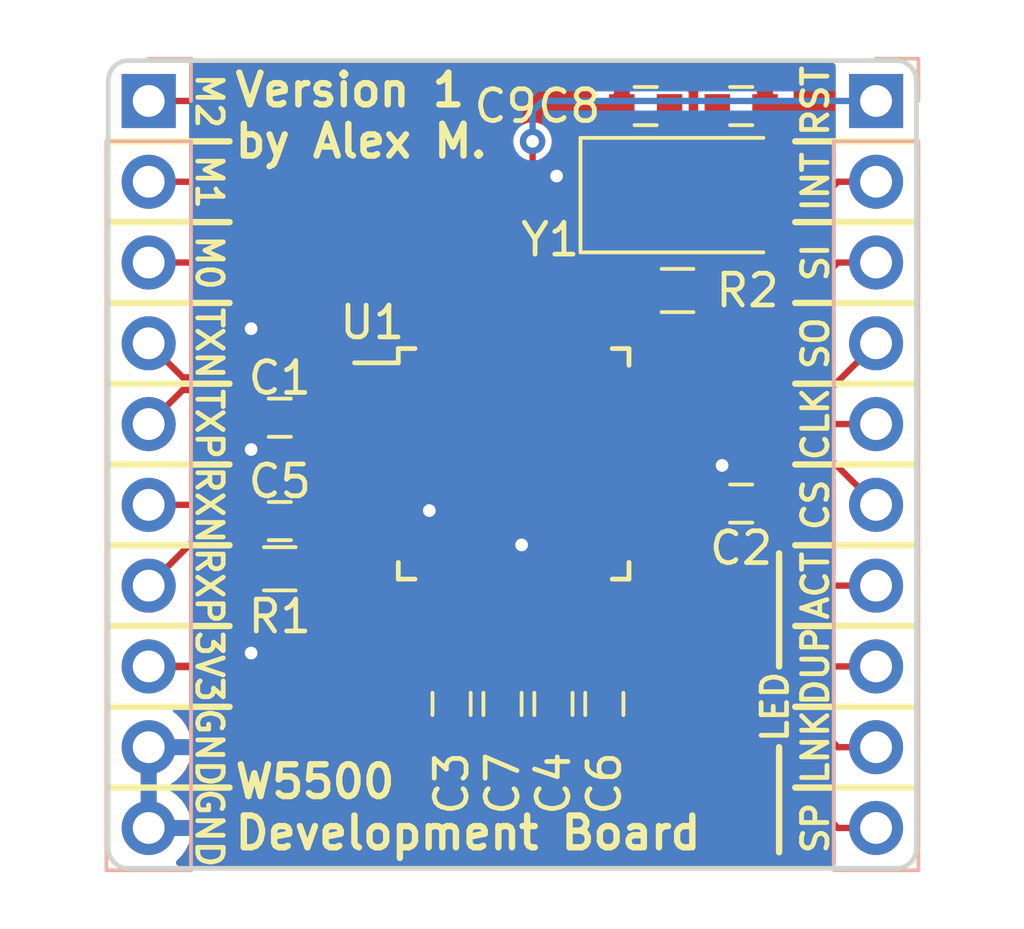
<source format=kicad_pcb>
(kicad_pcb (version 20221018) (generator pcbnew)
  (title_block (title "W5500 Development Board") (date "2018-09-08") (rev "1") (company "Alex M."))
  (layers (0 "F.Cu" signal) (31 "B.Cu" signal) (34 "B.Paste" user) (35 "F.Paste" user) (36 "B.SilkS" user "B.Silkscreen") (37 "F.SilkS" user "F.Silkscreen") (38 "B.Mask" user) (39 "F.Mask" user) (44 "Edge.Cuts" user))
  (net 0 "")
  (net 1 "GND")
  (net 2 "+3V3")
  (net 3 "RESET")
  (net 4 "PMODE0")
  (net 5 "PMODE1")
  (net 6 "PMODE2")
  (net 7 "INT")
  (net 8 "MOSI")
  (net 9 "MISO")
  (net 10 "SCLK")
  (net 11 "CS")
  (net 12 "ACTLED")
  (net 13 "DUPLED")
  (net 14 "LINKLED")
  (net 15 "SPDLED")
  (net 16 "RXIP")
  (net 17 "RXIN")
  (net 18 "TXOP")
  (net 19 "TXON")
  (net 20 "/1V2O")
  (net 21 "/XO")
  (net 22 "/XI")
  (net 23 "/XCAP")
  (net 24 "/XRES")
  (footprint "Resistors_SMD:R_0603" (layer "F.Cu") (at 136 72)
    (fp_text reference "R2" (at 2.2 0) (layer "F.SilkS"))
    (fp_text value "1M")
    (fp_line (start -0.5 -0.68) (end 0.5 -0.68) (stroke (width 0.12)) (layer "F.SilkS"))
    (fp_line (start 0.5 0.68) (end -0.5 0.68) (stroke (width 0.12)) (layer "F.SilkS"))
    (pad "1" smd rect (at -0.75 0) (size 0.5 0.9) (layers "F.Cu" "F.Paste" "F.Mask") (net 22 "/XI"))
    (pad "2" smd rect (at 0.75 0) (size 0.5 0.9) (layers "F.Cu" "F.Paste" "F.Mask") (net 21 "/XO"))
  )
  (footprint "Resistors_SMD:R_0603" (layer "F.Cu") (at 123.5 80.75 180)
    (fp_text reference "R1" (at 0 -1.5 180) (layer "F.SilkS"))
    (fp_text value "12.4k")
    (fp_line (start -0.5 -0.68) (end 0.5 -0.68) (stroke (width 0.12)) (layer "F.SilkS"))
    (fp_line (start 0.5 0.68) (end -0.5 0.68) (stroke (width 0.12)) (layer "F.SilkS"))
    (pad "1" smd rect (at -0.75 0 180) (size 0.5 0.9) (layers "F.Cu" "F.Paste" "F.Mask") (net 24 "/XRES"))
    (pad "2" smd rect (at 0.75 0 180) (size 0.5 0.9) (layers "F.Cu" "F.Paste" "F.Mask") (net 1 "GND"))
  )
  (footprint "Capacitors_SMD:C_0603" (layer "F.Cu") (at 138 78.7)
    (fp_text reference "C2" (at 0 1.4) (layer "F.SilkS"))
    (fp_text value "100n")
    (fp_line (start -0.35 -0.6) (end 0.35 -0.6) (stroke (width 0.12)) (layer "F.SilkS"))
    (fp_line (start 0.35 0.6) (end -0.35 0.6) (stroke (width 0.12)) (layer "F.SilkS"))
    (pad "1" smd rect (at -0.75 0) (size 0.8 0.75) (layers "F.Cu" "F.Paste" "F.Mask") (net 2 "+3V3"))
    (pad "2" smd rect (at 0.75 0) (size 0.8 0.75) (layers "F.Cu" "F.Paste" "F.Mask") (net 1 "GND"))
  )
  (footprint "Capacitors_SMD:C_0603" (layer "F.Cu") (at 123.5 76 180)
    (fp_text reference "C1" (at 0 1.25 180) (layer "F.SilkS"))
    (fp_text value "100n")
    (fp_line (start -0.35 -0.6) (end 0.35 -0.6) (stroke (width 0.12)) (layer "F.SilkS"))
    (fp_line (start 0.35 0.6) (end -0.35 0.6) (stroke (width 0.12)) (layer "F.SilkS"))
    (pad "1" smd rect (at -0.75 0 180) (size 0.8 0.75) (layers "F.Cu" "F.Paste" "F.Mask") (net 2 "+3V3"))
    (pad "2" smd rect (at 0.75 0 180) (size 0.8 0.75) (layers "F.Cu" "F.Paste" "F.Mask") (net 1 "GND"))
  )
  (footprint "Crystals:Crystal_SMD_5032-2pin_5.0x3.2mm" (layer "F.Cu") (at 136 69)
    (fp_text reference "Y1" (at -4 1.4) (layer "F.SilkS"))
    (fp_text value "25MHz")
    (fp_line (start -3.05 -1.8) (end -3.05 1.8) (stroke (width 0.12)) (layer "F.SilkS"))
    (fp_line (start -3.05 1.8) (end 2.7 1.8) (stroke (width 0.12)) (layer "F.SilkS"))
    (fp_line (start 2.7 -1.8) (end -3.05 -1.8) (stroke (width 0.12)) (layer "F.SilkS"))
    (pad "1" smd rect (at -1.85 0) (size 2 2.4) (layers "F.Cu" "F.Paste" "F.Mask") (net 22 "/XI"))
    (pad "2" smd rect (at 1.85 0) (size 2 2.4) (layers "F.Cu" "F.Paste" "F.Mask") (net 21 "/XO"))
  )
  (footprint "Capacitors_SMD:C_0603" (layer "F.Cu") (at 123.5 79.25 180)
    (fp_text reference "C5" (at 0 1.25 180) (layer "F.SilkS"))
    (fp_text value "100n")
    (fp_line (start -0.35 -0.6) (end 0.35 -0.6) (stroke (width 0.12)) (layer "F.SilkS"))
    (fp_line (start 0.35 0.6) (end -0.35 0.6) (stroke (width 0.12)) (layer "F.SilkS"))
    (pad "1" smd rect (at -0.75 0 180) (size 0.8 0.75) (layers "F.Cu" "F.Paste" "F.Mask") (net 2 "+3V3"))
    (pad "2" smd rect (at 0.75 0 180) (size 0.8 0.75) (layers "F.Cu" "F.Paste" "F.Mask") (net 1 "GND"))
  )
  (footprint "Capacitors_SMD:C_0603" (layer "F.Cu") (at 128.9 85 -90)
    (fp_text reference "C3" (at 2.5 0 270) (layer "F.SilkS"))
    (fp_text value "100n")
    (fp_line (start -0.35 -0.6) (end 0.35 -0.6) (stroke (width 0.12)) (layer "F.SilkS"))
    (fp_line (start 0.35 0.6) (end -0.35 0.6) (stroke (width 0.12)) (layer "F.SilkS"))
    (pad "1" smd rect (at -0.75 0 270) (size 0.8 0.75) (layers "F.Cu" "F.Paste" "F.Mask") (net 2 "+3V3"))
    (pad "2" smd rect (at 0.75 0 270) (size 0.8 0.75) (layers "F.Cu" "F.Paste" "F.Mask") (net 1 "GND"))
  )
  (footprint "Capacitors_SMD:C_0603" (layer "F.Cu") (at 130.5 85 -90)
    (fp_text reference "C7" (at 2.5 0 270) (layer "F.SilkS"))
    (fp_text value "4.7u")
    (fp_line (start -0.35 -0.6) (end 0.35 -0.6) (stroke (width 0.12)) (layer "F.SilkS"))
    (fp_line (start 0.35 0.6) (end -0.35 0.6) (stroke (width 0.12)) (layer "F.SilkS"))
    (pad "1" smd rect (at -0.75 0 270) (size 0.8 0.75) (layers "F.Cu" "F.Paste" "F.Mask") (net 23 "/XCAP"))
    (pad "2" smd rect (at 0.75 0 270) (size 0.8 0.75) (layers "F.Cu" "F.Paste" "F.Mask") (net 1 "GND"))
  )
  (footprint "Capacitors_SMD:C_0603" (layer "F.Cu") (at 133.7 85 -90)
    (fp_text reference "C6" (at 2.5 0 270) (layer "F.SilkS"))
    (fp_text value "10n")
    (fp_line (start -0.35 -0.6) (end 0.35 -0.6) (stroke (width 0.12)) (layer "F.SilkS"))
    (fp_line (start 0.35 0.6) (end -0.35 0.6) (stroke (width 0.12)) (layer "F.SilkS"))
    (pad "1" smd rect (at -0.75 0 270) (size 0.8 0.75) (layers "F.Cu" "F.Paste" "F.Mask") (net 20 "/1V2O"))
    (pad "2" smd rect (at 0.75 0 270) (size 0.8 0.75) (layers "F.Cu" "F.Paste" "F.Mask") (net 1 "GND"))
  )
  (footprint "Capacitors_SMD:C_0603" (layer "F.Cu") (at 132.1 85 -90)
    (fp_text reference "C4" (at 2.5 0 270) (layer "F.SilkS"))
    (fp_text value "100n")
    (fp_line (start -0.35 -0.6) (end 0.35 -0.6) (stroke (width 0.12)) (layer "F.SilkS"))
    (fp_line (start 0.35 0.6) (end -0.35 0.6) (stroke (width 0.12)) (layer "F.SilkS"))
    (pad "1" smd rect (at -0.75 0 270) (size 0.8 0.75) (layers "F.Cu" "F.Paste" "F.Mask") (net 2 "+3V3"))
    (pad "2" smd rect (at 0.75 0 270) (size 0.8 0.75) (layers "F.Cu" "F.Paste" "F.Mask") (net 1 "GND"))
  )
  (footprint "Housings_QFP:LQFP-48_7x7mm_Pitch0.5mm" (layer "F.Cu") (at 130.85 77.45)
    (fp_text reference "U1" (at -4.445 -4.445) (layer "F.SilkS"))
    (fp_text value "W5500")
    (fp_line (start -3.625 -3.625) (end -3.625 -3.175) (stroke (width 0.15)) (layer "F.SilkS"))
    (fp_line (start -3.625 -3.625) (end -3.1 -3.625) (stroke (width 0.15)) (layer "F.SilkS"))
    (fp_line (start -3.625 -3.175) (end -5 -3.175) (stroke (width 0.15)) (layer "F.SilkS"))
    (fp_line (start -3.625 3.625) (end -3.625 3.1) (stroke (width 0.15)) (layer "F.SilkS"))
    (fp_line (start -3.625 3.625) (end -3.1 3.625) (stroke (width 0.15)) (layer "F.SilkS"))
    (fp_line (start 3.625 -3.625) (end 3.1 -3.625) (stroke (width 0.15)) (layer "F.SilkS"))
    (fp_line (start 3.625 -3.625) (end 3.625 -3.1) (stroke (width 0.15)) (layer "F.SilkS"))
    (fp_line (start 3.625 3.625) (end 3.1 3.625) (stroke (width 0.15)) (layer "F.SilkS"))
    (fp_line (start 3.625 3.625) (end 3.625 3.1) (stroke (width 0.15)) (layer "F.SilkS"))
    (pad "1" smd rect locked (at -4.35 -2.75) (size 1.3 0.25) (layers "F.Cu" "F.Paste" "F.Mask") (net 19 "TXON"))
    (pad "2" smd rect locked (at -4.35 -2.25) (size 1.3 0.25) (layers "F.Cu" "F.Paste" "F.Mask") (net 18 "TXOP"))
    (pad "3" smd rect locked (at -4.35 -1.75) (size 1.3 0.25) (layers "F.Cu" "F.Paste" "F.Mask") (net 1 "GND"))
    (pad "4" smd rect locked (at -4.35 -1.25) (size 1.3 0.25) (layers "F.Cu" "F.Paste" "F.Mask") (net 2 "+3V3"))
    (pad "5" smd rect locked (at -4.35 -0.75) (size 1.3 0.25) (layers "F.Cu" "F.Paste" "F.Mask") (net 17 "RXIN"))
    (pad "6" smd rect locked (at -4.35 -0.25) (size 1.3 0.25) (layers "F.Cu" "F.Paste" "F.Mask") (net 16 "RXIP"))
    (pad "7" smd rect locked (at -4.35 0.25) (size 1.3 0.25) (layers "F.Cu" "F.Paste" "F.Mask"))
    (pad "8" smd rect locked (at -4.35 0.75) (size 1.3 0.25) (layers "F.Cu" "F.Paste" "F.Mask") (net 2 "+3V3"))
    (pad "9" smd rect locked (at -4.35 1.25) (size 1.3 0.25) (layers "F.Cu" "F.Paste" "F.Mask") (net 1 "GND"))
    (pad "10" smd rect locked (at -4.35 1.75) (size 1.3 0.25) (layers "F.Cu" "F.Paste" "F.Mask") (net 24 "/XRES"))
    (pad "11" smd rect locked (at -4.35 2.25) (size 1.3 0.25) (layers "F.Cu" "F.Paste" "F.Mask") (net 2 "+3V3"))
    (pad "12" smd rect locked (at -4.35 2.75) (size 1.3 0.25) (layers "F.Cu" "F.Paste" "F.Mask"))
    (pad "13" smd rect locked (at -2.75 4.35 90) (size 1.3 0.25) (layers "F.Cu" "F.Paste" "F.Mask"))
    (pad "14" smd rect locked (at -2.25 4.35 90) (size 1.3 0.25) (layers "F.Cu" "F.Paste" "F.Mask") (net 1 "GND"))
    (pad "15" smd rect locked (at -1.75 4.35 90) (size 1.3 0.25) (layers "F.Cu" "F.Paste" "F.Mask") (net 2 "+3V3"))
    (pad "16" smd rect locked (at -1.25 4.35 90) (size 1.3 0.25) (layers "F.Cu" "F.Paste" "F.Mask") (net 1 "GND"))
    (pad "17" smd rect locked (at -0.75 4.35 90) (size 1.3 0.25) (layers "F.Cu" "F.Paste" "F.Mask") (net 2 "+3V3"))
    (pad "18" smd rect locked (at -0.25 4.35 90) (size 1.3 0.25) (layers "F.Cu" "F.Paste" "F.Mask"))
    (pad "19" smd rect locked (at 0.25 4.35 90) (size 1.3 0.25) (layers "F.Cu" "F.Paste" "F.Mask") (net 1 "GND"))
    (pad "20" smd rect locked (at 0.75 4.35 90) (size 1.3 0.25) (layers "F.Cu" "F.Paste" "F.Mask") (net 23 "/XCAP"))
    (pad "21" smd rect locked (at 1.25 4.35 90) (size 1.3 0.25) (layers "F.Cu" "F.Paste" "F.Mask") (net 2 "+3V3"))
    (pad "22" smd rect locked (at 1.75 4.35 90) (size 1.3 0.25) (layers "F.Cu" "F.Paste" "F.Mask") (net 20 "/1V2O"))
    (pad "23" smd rect locked (at 2.25 4.35 90) (size 1.3 0.25) (layers "F.Cu" "F.Paste" "F.Mask"))
    (pad "24" smd rect locked (at 2.75 4.35 90) (size 1.3 0.25) (layers "F.Cu" "F.Paste" "F.Mask") (net 15 "SPDLED"))
    (pad "25" smd rect locked (at 4.35 2.75) (size 1.3 0.25) (layers "F.Cu" "F.Paste" "F.Mask") (net 14 "LINKLED"))
    (pad "26" smd rect locked (at 4.35 2.25) (size 1.3 0.25) (layers "F.Cu" "F.Paste" "F.Mask") (net 13 "DUPLED"))
    (pad "27" smd rect locked (at 4.35 1.75) (size 1.3 0.25) (layers "F.Cu" "F.Paste" "F.Mask") (net 12 "ACTLED"))
    (pad "28" smd rect locked (at 4.35 1.25) (size 1.3 0.25) (layers "F.Cu" "F.Paste" "F.Mask") (net 2 "+3V3"))
    (pad "29" smd rect locked (at 4.35 0.75) (size 1.3 0.25) (layers "F.Cu" "F.Paste" "F.Mask") (net 1 "GND"))
    (pad "30" smd rect locked (at 4.35 0.25) (size 1.3 0.25) (layers "F.Cu" "F.Paste" "F.Mask") (net 22 "/XI"))
    (pad "31" smd rect locked (at 4.35 -0.25) (size 1.3 0.25) (layers "F.Cu" "F.Paste" "F.Mask") (net 21 "/XO"))
    (pad "32" smd rect locked (at 4.35 -0.75) (size 1.3 0.25) (layers "F.Cu" "F.Paste" "F.Mask") (net 11 "CS"))
    (pad "33" smd rect locked (at 4.35 -1.25) (size 1.3 0.25) (layers "F.Cu" "F.Paste" "F.Mask") (net 10 "SCLK"))
    (pad "34" smd rect locked (at 4.35 -1.75) (size 1.3 0.25) (layers "F.Cu" "F.Paste" "F.Mask") (net 9 "MISO"))
    (pad "35" smd rect locked (at 4.35 -2.25) (size 1.3 0.25) (layers "F.Cu" "F.Paste" "F.Mask") (net 8 "MOSI"))
    (pad "36" smd rect locked (at 4.35 -2.75) (size 1.3 0.25) (layers "F.Cu" "F.Paste" "F.Mask") (net 7 "INT"))
    (pad "37" smd rect locked (at 2.75 -4.35 90) (size 1.3 0.25) (layers "F.Cu" "F.Paste" "F.Mask") (net 3 "RESET"))
    (pad "38" smd rect locked (at 2.25 -4.35 90) (size 1.3 0.25) (layers "F.Cu" "F.Paste" "F.Mask"))
    (pad "39" smd rect locked (at 1.75 -4.35 90) (size 1.3 0.25) (layers "F.Cu" "F.Paste" "F.Mask"))
    (pad "40" smd rect locked (at 1.25 -4.35 90) (size 1.3 0.25) (layers "F.Cu" "F.Paste" "F.Mask"))
    (pad "41" smd rect locked (at 0.75 -4.35 90) (size 1.3 0.25) (layers "F.Cu" "F.Paste" "F.Mask"))
    (pad "42" smd rect locked (at 0.25 -4.35 90) (size 1.3 0.25) (layers "F.Cu" "F.Paste" "F.Mask"))
    (pad "43" smd rect locked (at -0.25 -4.35 90) (size 1.3 0.25) (layers "F.Cu" "F.Paste" "F.Mask") (net 6 "PMODE2"))
    (pad "44" smd rect locked (at -0.75 -4.35 90) (size 1.3 0.25) (layers "F.Cu" "F.Paste" "F.Mask") (net 5 "PMODE1"))
    (pad "45" smd rect locked (at -1.25 -4.35 90) (size 1.3 0.25) (layers "F.Cu" "F.Paste" "F.Mask") (net 4 "PMODE0"))
    (pad "46" smd rect locked (at -1.75 -4.35 90) (size 1.3 0.25) (layers "F.Cu" "F.Paste" "F.Mask"))
    (pad "47" smd rect locked (at -2.25 -4.35 90) (size 1.3 0.25) (layers "F.Cu" "F.Paste" "F.Mask"))
    (pad "48" smd rect locked (at -2.75 -4.35 90) (size 1.3 0.25) (layers "F.Cu" "F.Paste" "F.Mask") (net 1 "GND"))
  )
  (footprint "Capacitors_SMD:C_0603" (layer "F.Cu") (at 135 66.2 180)
    (fp_text reference "C9" (at 4.4 0 180) (layer "F.SilkS"))
    (fp_text value "18p")
    (fp_line (start -0.35 -0.6) (end 0.35 -0.6) (stroke (width 0.12)) (layer "F.SilkS"))
    (fp_line (start 0.35 0.6) (end -0.35 0.6) (stroke (width 0.12)) (layer "F.SilkS"))
    (pad "1" smd rect (at -0.75 0 180) (size 0.8 0.75) (layers "F.Cu" "F.Paste" "F.Mask") (net 22 "/XI"))
    (pad "2" smd rect (at 0.75 0 180) (size 0.8 0.75) (layers "F.Cu" "F.Paste" "F.Mask") (net 1 "GND"))
  )
  (footprint "Capacitors_SMD:C_0603" (layer "F.Cu") (at 138 66.2)
    (fp_text reference "C8" (at -5.4 0) (layer "F.SilkS"))
    (fp_text value "18p")
    (fp_line (start -0.35 -0.6) (end 0.35 -0.6) (stroke (width 0.12)) (layer "F.SilkS"))
    (fp_line (start 0.35 0.6) (end -0.35 0.6) (stroke (width 0.12)) (layer "F.SilkS"))
    (pad "1" smd rect (at -0.75 0) (size 0.8 0.75) (layers "F.Cu" "F.Paste" "F.Mask") (net 21 "/XO"))
    (pad "2" smd rect (at 0.75 0) (size 0.8 0.75) (layers "F.Cu" "F.Paste" "F.Mask") (net 1 "GND"))
  )
  (footprint "Pin_Headers:Pin_Header_Straight_1x10_Pitch2.54mm" (layer "B.Cu") (at 119.38 66.04 180)
    (fp_text reference "X1" hide)
    (fp_text value "Conn_01x10")
    (fp_line (start -1.33 -24.19) (end 1.33 -24.19) (stroke (width 0.12)) (layer "B.SilkS"))
    (fp_line (start -1.33 -1.27) (end -1.33 -24.19) (stroke (width 0.12)) (layer "B.SilkS"))
    (fp_line (start -1.33 -1.27) (end 1.33 -1.27) (stroke (width 0.12)) (layer "B.SilkS"))
    (fp_line (start -1.33 0) (end -1.33 1.33) (stroke (width 0.12)) (layer "B.SilkS"))
    (fp_line (start -1.33 1.33) (end 0 1.33) (stroke (width 0.12)) (layer "B.SilkS"))
    (fp_line (start 1.33 -1.27) (end 1.33 -24.19) (stroke (width 0.12)) (layer "B.SilkS"))
    (pad "1" thru_hole rect locked (at 0 0 180) (size 1.7 1.7) (drill 1) (layers "*.Cu" "*.Mask") (net 6 "PMODE2"))
    (pad "2" thru_hole oval locked (at 0 -2.54 180) (size 1.7 1.7) (drill 1) (layers "*.Cu" "*.Mask") (net 5 "PMODE1"))
    (pad "3" thru_hole oval locked (at 0 -5.08 180) (size 1.7 1.7) (drill 1) (layers "*.Cu" "*.Mask") (net 4 "PMODE0"))
    (pad "4" thru_hole oval locked (at 0 -7.62 180) (size 1.7 1.7) (drill 1) (layers "*.Cu" "*.Mask") (net 19 "TXON"))
    (pad "5" thru_hole oval locked (at 0 -10.16 180) (size 1.7 1.7) (drill 1) (layers "*.Cu" "*.Mask") (net 18 "TXOP"))
    (pad "6" thru_hole oval locked (at 0 -12.7 180) (size 1.7 1.7) (drill 1) (layers "*.Cu" "*.Mask") (net 17 "RXIN"))
    (pad "7" thru_hole oval locked (at 0 -15.24 180) (size 1.7 1.7) (drill 1) (layers "*.Cu" "*.Mask") (net 16 "RXIP"))
    (pad "8" thru_hole oval locked (at 0 -17.78 180) (size 1.7 1.7) (drill 1) (layers "*.Cu" "*.Mask") (net 2 "+3V3"))
    (pad "9" thru_hole oval locked (at 0 -20.32 180) (size 1.7 1.7) (drill 1) (layers "*.Cu" "*.Mask") (net 1 "GND"))
    (pad "10" thru_hole oval locked (at 0 -22.86 180) (size 1.7 1.7) (drill 1) (layers "*.Cu" "*.Mask") (net 1 "GND"))
  )
  (footprint "Pin_Headers:Pin_Header_Straight_1x10_Pitch2.54mm" (layer "B.Cu") (at 142.24 66.04 180)
    (fp_text reference "X2" hide)
    (fp_text value "Conn_01x10")
    (fp_line (start -1.33 -24.19) (end 1.33 -24.19) (stroke (width 0.12)) (layer "B.SilkS"))
    (fp_line (start -1.33 -1.27) (end -1.33 -24.19) (stroke (width 0.12)) (layer "B.SilkS"))
    (fp_line (start -1.33 -1.27) (end 1.33 -1.27) (stroke (width 0.12)) (layer "B.SilkS"))
    (fp_line (start -1.33 0) (end -1.33 1.33) (stroke (width 0.12)) (layer "B.SilkS"))
    (fp_line (start -1.33 1.33) (end 0 1.33) (stroke (width 0.12)) (layer "B.SilkS"))
    (fp_line (start 1.33 -1.27) (end 1.33 -24.19) (stroke (width 0.12)) (layer "B.SilkS"))
    (pad "1" thru_hole rect locked (at 0 0 180) (size 1.7 1.7) (drill 1) (layers "*.Cu" "*.Mask") (net 3 "RESET"))
    (pad "2" thru_hole oval locked (at 0 -2.54 180) (size 1.7 1.7) (drill 1) (layers "*.Cu" "*.Mask") (net 7 "INT"))
    (pad "3" thru_hole oval locked (at 0 -5.08 180) (size 1.7 1.7) (drill 1) (layers "*.Cu" "*.Mask") (net 8 "MOSI"))
    (pad "4" thru_hole oval locked (at 0 -7.62 180) (size 1.7 1.7) (drill 1) (layers "*.Cu" "*.Mask") (net 9 "MISO"))
    (pad "5" thru_hole oval locked (at 0 -10.16 180) (size 1.7 1.7) (drill 1) (layers "*.Cu" "*.Mask") (net 10 "SCLK"))
    (pad "6" thru_hole oval locked (at 0 -12.7 180) (size 1.7 1.7) (drill 1) (layers "*.Cu" "*.Mask") (net 11 "CS"))
    (pad "7" thru_hole oval locked (at 0 -15.24 180) (size 1.7 1.7) (drill 1) (layers "*.Cu" "*.Mask") (net 12 "ACTLED"))
    (pad "8" thru_hole oval locked (at 0 -17.78 180) (size 1.7 1.7) (drill 1) (layers "*.Cu" "*.Mask") (net 13 "DUPLED"))
    (pad "9" thru_hole oval locked (at 0 -20.32 180) (size 1.7 1.7) (drill 1) (layers "*.Cu" "*.Mask") (net 14 "LINKLED"))
    (pad "10" thru_hole oval locked (at 0 -22.86 180) (size 1.7 1.7) (drill 1) (layers "*.Cu" "*.Mask") (net 15 "SPDLED"))
  )
  (gr_line (start 118.11 69.85) (end 121.92 69.85) (stroke (width 0.2)) (layer "F.SilkS"))
  (gr_line (start 118.11 72.39) (end 121.92 72.39) (stroke (width 0.2)) (layer "F.SilkS"))
  (gr_line (start 118.11 74.93) (end 121.92 74.93) (stroke (width 0.2)) (layer "F.SilkS"))
  (gr_line (start 118.11 77.47) (end 121.92 77.47) (stroke (width 0.2)) (layer "F.SilkS"))
  (gr_line (start 118.11 80.01) (end 121.92 80.01) (stroke (width 0.2)) (layer "F.SilkS"))
  (gr_line (start 118.11 82.55) (end 121.92 82.55) (stroke (width 0.2)) (layer "F.SilkS"))
  (gr_line (start 118.11 85.09) (end 121.92 85.09) (stroke (width 0.2)) (layer "F.SilkS"))
  (gr_line (start 118.11 87.63) (end 121.92 87.63) (stroke (width 0.2)) (layer "F.SilkS"))
  (gr_line (start 139.7 87.63) (end 143.51 87.63) (stroke (width 0.2)) (layer "F.SilkS"))
  (gr_line (start 139.7 85.09) (end 143.51 85.09) (stroke (width 0.2)) (layer "F.SilkS"))
  (gr_line (start 139.7 82.55) (end 143.51 82.55) (stroke (width 0.2)) (layer "F.SilkS"))
  (gr_line (start 139.7 80.01) (end 143.51 80.01) (stroke (width 0.2)) (layer "F.SilkS"))
  (gr_line (start 139.7 77.47) (end 143.51 77.47) (stroke (width 0.2)) (layer "F.SilkS"))
  (gr_line (start 139.7 74.93) (end 143.51 74.93) (stroke (width 0.2)) (layer "F.SilkS"))
  (gr_line (start 139.7 72.39) (end 143.51 72.39) (stroke (width 0.2)) (layer "F.SilkS"))
  (gr_line (start 139.7 69.85) (end 143.51 69.85) (stroke (width 0.2)) (layer "F.SilkS"))
  (gr_line (start 139.7 67.31) (end 143.51 67.31) (stroke (width 0.2)) (layer "F.SilkS"))
  (gr_line (start 118.11 67.31) (end 121.92 67.31) (stroke (width 0.2)) (layer "F.SilkS"))
  (gr_line (start 139.192 83.82) (end 139.192 80.264) (stroke (width 0.2)) (layer "F.SilkS"))
  (gr_line (start 139.192 86.36) (end 139.192 89.662) (stroke (width 0.2)) (layer "F.SilkS"))
  (gr_arc (start 118.745 90.17) (mid 118.295987 89.984013) (end 118.11 89.535) (stroke (width 0.15)) (layer "Edge.Cuts"))
  (gr_arc (start 118.11 65.405) (mid 118.295987 64.955987) (end 118.745 64.77) (stroke (width 0.15)) (layer "Edge.Cuts"))
  (gr_arc (start 143.51 89.535) (mid 143.324013 89.984013) (end 142.875 90.17) (stroke (width 0.15)) (layer "Edge.Cuts"))
  (gr_line (start 143.51 65.405) (end 143.51 89.535) (stroke (width 0.15)) (layer "Edge.Cuts"))
  (gr_line (start 142.875 90.17) (end 118.745 90.17) (stroke (width 0.15)) (layer "Edge.Cuts"))
  (gr_line (start 118.11 89.535) (end 118.11 65.405) (stroke (width 0.15)) (layer "Edge.Cuts"))
  (gr_line (start 118.745 64.77) (end 142.875 64.77) (stroke (width 0.15)) (layer "Edge.Cuts"))
  (gr_arc (start 142.875 64.77) (mid 143.324013 64.955987) (end 143.51 65.405) (stroke (width 0.15)) (layer "Edge.Cuts"))
  (gr_text "M2" (at 121.285 66.04 270) (layer "F.SilkS") (effects (font (size 0.8 0.8))))
  (gr_text "M1" (at 121.285 68.58 270) (layer "F.SilkS") (effects (font (size 0.8 0.8))))
  (gr_text "M0" (at 121.285 71.12 270) (layer "F.SilkS") (effects (font (size 0.8 0.8))))
  (gr_text "TXN" (at 121.285 73.66 270) (layer "F.SilkS") (effects (font (size 0.8 0.8))))
  (gr_text "TXP" (at 121.285 76.2 270) (layer "F.SilkS") (effects (font (size 0.8 0.8))))
  (gr_text "RXN" (at 121.285 78.74 270) (layer "F.SilkS") (effects (font (size 0.8 0.8))))
  (gr_text "RXP" (at 121.285 81.28 270) (layer "F.SilkS") (effects (font (size 0.8 0.8))))
  (gr_text "3V3" (at 121.285 83.82 270) (layer "F.SilkS") (effects (font (size 0.8 0.8))))
  (gr_text "GND" (at 121.285 86.36 270) (layer "F.SilkS") (effects (font (size 0.8 0.8))))
  (gr_text "GND" (at 121.285 88.9 270) (layer "F.SilkS") (effects (font (size 0.8 0.8))))
  (gr_text "RST" (at 140.335 66.04 90) (layer "F.SilkS") (effects (font (size 0.8 0.8))))
  (gr_text "INT" (at 140.335 68.58 90) (layer "F.SilkS") (effects (font (size 0.8 0.8))))
  (gr_text "SI" (at 140.335 71.12 90) (layer "F.SilkS") (effects (font (size 0.8 0.8))))
  (gr_text "SO" (at 140.335 73.66 90) (layer "F.SilkS") (effects (font (size 0.8 0.8))))
  (gr_text "CLK" (at 140.335 76.2 90) (layer "F.SilkS") (effects (font (size 0.8 0.8))))
  (gr_text "CS" (at 140.335 78.74 90) (layer "F.SilkS") (effects (font (size 0.8 0.8))))
  (gr_text "ACT" (at 140.335 81.28 90) (layer "F.SilkS") (effects (font (size 0.8 0.8))))
  (gr_text "DUP" (at 140.335 83.82 90) (layer "F.SilkS") (effects (font (size 0.8 0.8))))
  (gr_text "LNK" (at 140.335 86.36 90) (layer "F.SilkS") (effects (font (size 0.8 0.8))))
  (gr_text "SP" (at 140.335 88.9 90) (layer "F.SilkS") (effects (font (size 0.8 0.8))))
  (gr_text "W5500\nDevelopment Board" (at 122 88.25) (layer "F.SilkS") (effects (font (size 1 1) (thickness 0.2)) (justify left)))
  (gr_text "Version 1\nby Alex M." (at 122 66.5) (layer "F.SilkS") (effects (font (size 1 1) (thickness 0.2)) (justify left)))
  (gr_text "LED" (at 139.065 85.09 90) (layer "F.SilkS") (effects (font (size 0.8 0.8))))
  (segment (start 134.31 78.2) (end 133.7 78.2) (width 0.24) (layer "F.Cu") (net 1))
  (segment (start 129.75 85.75) (end 130.5 85.75) (width 0.24) (layer "F.Cu") (net 1))
  (segment (start 129.7 85.7) (end 129.75 85.75) (width 0.24) (layer "F.Cu") (net 1))
  (segment (start 135.2 78.2) (end 134.31 78.2) (width 0.24) (layer "F.Cu") (net 1))
  (segment (start 129.7 83.6) (end 129.7 85.7) (width 0.24) (layer "F.Cu") (net 1))
  (via (at 122.6 73.2) (size 0.8) (drill 0.4) (layers "F.Cu" "B.Cu") (net 1))
  (via (at 122.6 77) (size 0.8) (drill 0.4) (layers "F.Cu" "B.Cu") (net 1))
  (via (at 122.6 83.4) (size 0.8) (drill 0.4) (layers "F.Cu" "B.Cu") (net 1))
  (via (at 137.4 77.5) (size 0.8) (drill 0.4) (layers "F.Cu" "B.Cu") (net 1))
  (via (at 132.2 68.4) (size 0.8) (drill 0.4) (layers "F.Cu" "B.Cu") (net 1))
  (via (at 131.1 80) (size 0.8) (drill 0.4) (layers "F.Cu" "B.Cu") (net 1))
  (via (at 128.2 78.92) (size 0.8) (drill 0.4) (layers "F.Cu" "B.Cu") (net 1))
  (segment (start 129.1 78.2) (end 129.1 78.7) (width 0.24) (layer "F.Cu") (net 2))
  (segment (start 128.9 83.3) (end 128.9 84.25) (width 0.24) (layer "F.Cu") (net 2))
  (segment (start 126.5 78.2) (end 125.59 78.2) (width 0.24) (layer "F.Cu") (net 2))
  (segment (start 126.5 76.2) (end 125.3 76.2) (width 0.24) (layer "F.Cu") (net 2))
  (segment (start 125 79.25) (end 125.25 79) (width 0.24) (layer "F.Cu") (net 2))
  (segment (start 135.2 78.7) (end 132.1 78.7) (width 0.24) (layer "F.Cu") (net 2))
  (segment (start 126.5 78.2) (end 129.1 78.2) (width 0.24) (layer "F.Cu") (net 2))
  (segment (start 129.1 79.7) (end 129.1 78.7) (width 0.24) (layer "F.Cu") (net 2))
  (segment (start 125.3 76.2) (end 125.1 76) (width 0.24) (layer "F.Cu") (net 2))
  (segment (start 130.1 81.8) (end 130.1 78.7) (width 0.24) (layer "F.Cu") (net 2))
  (segment (start 135.2 78.7) (end 137.25 78.7) (width 0.24) (layer "F.Cu") (net 2))
  (segment (start 132.1 81.8) (end 132.1 78.7) (width 0.24) (layer "F.Cu") (net 2))
  (segment (start 132.1 78.7) (end 130.1 78.7) (width 0.24) (layer "F.Cu") (net 2))
  (segment (start 125.1 76) (end 124.25 76) (width 0.24) (layer "F.Cu") (net 2))
  (segment (start 125.25 79) (end 125.25 78.54) (width 0.24) (layer "F.Cu") (net 2))
  (segment (start 121.02 83.82) (end 119.38 83.82) (width 0.24) (layer "F.Cu") (net 2))
  (segment (start 129.1 81.8) (end 129.1 79.7) (width 0.24) (layer "F.Cu") (net 2))
  (segment (start 121.45 84.25) (end 121.02 83.82) (width 0.24) (layer "F.Cu") (net 2))
  (segment (start 129.1 83.1) (end 128.9 83.3) (width 0.24) (layer "F.Cu") (net 2))
  (segment (start 126.5 76.2) (end 129.1 76.2) (width 0.24) (layer "F.Cu") (net 2))
  (segment (start 126.5 79.7) (end 129.1 79.7) (width 0.24) (layer "F.Cu") (net 2))
  (segment (start 124.25 79.25) (end 125 79.25) (width 0.24) (layer "F.Cu") (net 2))
  (segment (start 132.1 81.8) (end 132.1 84.25) (width 0.24) (layer "F.Cu") (net 2))
  (segment (start 125.59 78.2) (end 125.25 78.54) (width 0.24) (layer "F.Cu") (net 2))
  (segment (start 130.1 78.7) (end 129.1 78.7) (width 0.24) (layer "F.Cu") (net 2))
  (segment (start 128.9 84.25) (end 121.45 84.25) (width 0.24) (layer "F.Cu") (net 2))
  (segment (start 129.1 76.2) (end 129.1 78.2) (width 0.24) (layer "F.Cu") (net 2))
  (segment (start 129.1 81.8) (end 129.1 83.1) (width 0.24) (layer "F.Cu") (net 2))
  (segment (start 132 71.2) (end 131.445 70.645) (width 0.2) (layer "F.Cu") (net 3))
  (segment (start 133.6 71.6) (end 133.2 71.2) (width 0.2) (layer "F.Cu") (net 3))
  (segment (start 131.445 70.645) (end 131.445 67.31) (width 0.2) (layer "F.Cu") (net 3))
  (segment (start 133.2 71.2) (end 132 71.2) (width 0.2) (layer "F.Cu") (net 3))
  (segment (start 133.6 73.1) (end 133.6 71.6) (width 0.2) (layer "F.Cu") (net 3))
  (via (at 131.445 67.31) (size 0.8) (drill 0.4) (layers "F.Cu" "B.Cu") (net 3))
  (segment (start 131.76 66.04) (end 131.445 66.355) (width 0.2) (layer "B.Cu") (net 3))
  (segment (start 131.445 66.355) (end 131.445 67.31) (width 0.2) (layer "B.Cu") (net 3))
  (segment (start 142.24 66.04) (end 131.76 66.04) (width 0.2) (layer "B.Cu") (net 3))
  (segment (start 129.32 71.12) (end 119.38 71.12) (width 0.2) (layer "F.Cu") (net 4))
  (segment (start 129.6 71.4) (end 129.32 71.12) (width 0.2) (layer "F.Cu") (net 4))
  (segment (start 129.6 73.1) (end 129.6 71.4) (width 0.2) (layer "F.Cu") (net 4))
  (segment (start 130.1 68.9) (end 129.78 68.58) (width 0.2) (layer "F.Cu") (net 5))
  (segment (start 130.1 73.1) (end 130.1 68.9) (width 0.2) (layer "F.Cu") (net 5))
  (segment (start 129.78 68.58) (end 119.38 68.58) (width 0.2) (layer "F.Cu") (net 5))
  (segment (start 130.6 66.4) (end 130.24 66.04) (width 0.2) (layer "F.Cu") (net 6))
  (segment (start 130.24 66.04) (end 119.38 66.04) (width 0.2) (layer "F.Cu") (net 6))
  (segment (start 130.6 73.1) (end 130.6 66.4) (width 0.2) (layer "F.Cu") (net 6))
  (segment (start 140.2 69.417919) (end 140.2 74) (width 0.2) (layer "F.Cu") (net 7))
  (segment (start 139.5 74.7) (end 137.465698 74.7) (width 0.2) (layer "F.Cu") (net 7))
  (segment (start 142.24 68.58) (end 141.037919 68.58) (width 0.2) (layer "F.Cu") (net 7))
  (segment (start 140.2 74) (end 139.5 74.7) (width 0.2) (layer "F.Cu") (net 7))
  (segment (start 137.465698 74.7) (end 135.2 74.7) (width 0.2) (layer "F.Cu") (net 7))
  (segment (start 141.037919 68.58) (end 140.2 69.417919) (width 0.2) (layer "F.Cu") (net 7))
  (segment (start 142.24 71.12) (end 141.037919 71.12) (width 0.2) (layer "F.Cu") (net 8))
  (segment (start 140.6 71.557919) (end 140.6 74.2) (width 0.2) (layer "F.Cu") (net 8))
  (segment (start 138.16 75.2) (end 139.6 75.2) (width 0.2) (layer "F.Cu") (net 8))
  (segment (start 140.6 74.2) (end 139.6 75.2) (width 0.2) (layer "F.Cu") (net 8))
  (segment (start 135.2 75.2) (end 138.16 75.2) (width 0.2) (layer "F.Cu") (net 8))
  (segment (start 141.037919 71.12) (end 140.6 71.557919) (width 0.2) (layer "F.Cu") (net 8))
  (segment (start 135.2 75.7) (end 140.2 75.7) (width 0.2) (layer "F.Cu") (net 9))
  (segment (start 140.2 75.7) (end 142.24 73.66) (width 0.2) (layer "F.Cu") (net 9))
  (segment (start 135.2 76.2) (end 142.24 76.2) (width 0.2) (layer "F.Cu") (net 10))
  (segment (start 135.2 76.7) (end 140.2 76.7) (width 0.2) (layer "F.Cu") (net 11))
  (segment (start 140.2 76.7) (end 142.24 78.74) (width 0.2) (layer "F.Cu") (net 11))
  (segment (start 138.58 81.28) (end 136.5 79.2) (width 0.2) (layer "F.Cu") (net 12))
  (segment (start 136.5 79.2) (end 135.2 79.2) (width 0.2) (layer "F.Cu") (net 12))
  (segment (start 142.24 81.28) (end 138.58 81.28) (width 0.2) (layer "F.Cu") (net 12))
  (segment (start 136.05 79.7) (end 135.2 79.7) (width 0.2) (layer "F.Cu") (net 13))
  (segment (start 142.24 83.82) (end 140.52 83.82) (width 0.2) (layer "F.Cu") (net 13))
  (segment (start 136.4 79.7) (end 136.05 79.7) (width 0.2) (layer "F.Cu") (net 13))
  (segment (start 140.52 83.82) (end 136.4 79.7) (width 0.2) (layer "F.Cu") (net 13))
  (segment (start 140.5 85.822081) (end 140.5 84.4) (width 0.2) (layer "F.Cu") (net 14))
  (segment (start 140.5 84.4) (end 136.3 80.2) (width 0.2) (layer "F.Cu") (net 14))
  (segment (start 142.24 86.36) (end 141.037919 86.36) (width 0.2) (layer "F.Cu") (net 14))
  (segment (start 136.3 80.2) (end 135.725 80.2) (width 0.2) (layer "F.Cu") (net 14))
  (segment (start 135.725 80.2) (end 135.2 80.2) (width 0.2) (layer "F.Cu") (net 14))
  (segment (start 141.037919 86.36) (end 140.5 85.822081) (width 0.2) (layer "F.Cu") (net 14))
  (segment (start 140.1 84.6) (end 137.3 81.8) (width 0.2) (layer "F.Cu") (net 15))
  (segment (start 140.1 87.962081) (end 140.1 84.6) (width 0.2) (layer "F.Cu") (net 15))
  (segment (start 141.037919 88.9) (end 140.1 87.962081) (width 0.2) (layer "F.Cu") (net 15))
  (segment (start 137.3 81.8) (end 133.6 81.8) (width 0.2) (layer "F.Cu") (net 15))
  (segment (start 142.24 88.9) (end 141.037919 88.9) (width 0.2) (layer "F.Cu") (net 15))
  (segment (start 125.582844 77.2) (end 126.5 77.2) (width 0.2) (layer "F.Cu") (net 16))
  (segment (start 122.46 78.2) (end 124.582844 78.2) (width 0.2) (layer "F.Cu") (net 16))
  (segment (start 124.582844 78.2) (end 125.582844 77.2) (width 0.2) (layer "F.Cu") (net 16))
  (segment (start 119.38 81.28) (end 122.46 78.2) (width 0.2) (layer "F.Cu") (net 16))
  (segment (start 124.417156 77.8) (end 125.517156 76.7) (width 0.2) (layer "F.Cu") (net 17))
  (segment (start 122.294314 77.8) (end 124.417156 77.8) (width 0.2) (layer "F.Cu") (net 17))
  (segment (start 119.38 78.74) (end 121.354314 78.74) (width 0.2) (layer "F.Cu") (net 17))
  (segment (start 125.517156 76.7) (end 126.5 76.7) (width 0.2) (layer "F.Cu") (net 17))
  (segment (start 121.354314 78.74) (end 122.294314 77.8) (width 0.2) (layer "F.Cu") (net 17))
  (segment (start 125.281156 75.2) (end 126.5 75.2) (width 0.2) (layer "F.Cu") (net 18))
  (segment (start 120.45 75.13) (end 125.211156 75.13) (width 0.2) (layer "F.Cu") (net 18))
  (segment (start 120.45 75.13) (end 119.38 76.2) (width 0.2) (layer "F.Cu") (net 18))
  (segment (start 125.211156 75.13) (end 125.281156 75.2) (width 0.2) (layer "F.Cu") (net 18))
  (segment (start 125.376844 74.73) (end 125.406844 74.7) (width 0.2) (layer "F.Cu") (net 19))
  (segment (start 120.45 74.73) (end 125.376844 74.73) (width 0.2) (layer "F.Cu") (net 19))
  (segment (start 125.406844 74.7) (end 126.5 74.7) (width 0.2) (layer "F.Cu") (net 19))
  (segment (start 120.45 74.73) (end 119.38 73.66) (width 0.2) (layer "F.Cu") (net 19))
  (segment (start 133.7 83.6) (end 133.7 84.25) (width 0.24) (layer "F.Cu") (net 20))
  (segment (start 132.9 83.3) (end 133.4 83.3) (width 0.24) (layer "F.Cu") (net 20))
  (segment (start 132.6 83) (end 132.9 83.3) (width 0.24) (layer "F.Cu") (net 20))
  (segment (start 132.6 81.8) (end 132.6 83) (width 0.24) (layer "F.Cu") (net 20))
  (segment (start 133.4 83.3) (end 133.7 83.6) (width 0.24) (layer "F.Cu") (net 20))
  (segment (start 137.85 69) (end 137.85 72) (width 0.2) (layer "F.Cu") (net 21))
  (segment (start 137.85 67.6) (end 137.85 69) (width 0.2) (layer "F.Cu") (net 21))
  (segment (start 137.25 67) (end 137.85 67.6) (width 0.2) (layer "F.Cu") (net 21))
  (segment (start 136.75 72) (end 137.85 72) (width 0.2) (layer "F.Cu") (net 21))
  (segment (start 134.384998 74.2) (end 134.249999 74.334999) (width 0.2) (layer "F.Cu") (net 21))
  (segment (start 134.249999 77.099999) (end 134.35 77.2) (width 0.2) (layer "F.Cu") (net 21))
  (segment (start 137.4 74.2) (end 134.384998 74.2) (width 0.2) (layer "F.Cu") (net 21))
  (segment (start 134.35 77.2) (end 135.2 77.2) (width 0.2) (layer "F.Cu") (net 21))
  (segment (start 137.85 73.75) (end 137.4 74.2) (width 0.2) (layer "F.Cu") (net 21))
  (segment (start 137.25 66.2) (end 137.25 67) (width 0.2) (layer "F.Cu") (net 21))
  (segment (start 137.85 72) (end 137.85 73.75) (width 0.2) (layer "F.Cu") (net 21))
  (segment (start 134.249999 74.334999) (end 134.249999 77.099999) (width 0.2) (layer "F.Cu") (net 21))
  (segment (start 134.15 67.3) (end 134.25 67.2) (width 0.2) (layer "F.Cu") (net 22))
  (segment (start 134.15 69) (end 134.15 72) (width 0.2) (layer "F.Cu") (net 22))
  (segment (start 134.15 69) (end 134.15 67.3) (width 0.2) (layer "F.Cu") (net 22))
  (segment (start 134.15 73.865002) (end 133.8 74.215002) (width 0.2) (layer "F.Cu") (net 22))
  (segment (start 135.75 67.1) (end 135.65 67.2) (width 0.2) (layer "F.Cu") (net 22))
  (segment (start 134.1 77.7) (end 134.35 77.7) (width 0.2) (layer "F.Cu") (net 22))
  (segment (start 135.1 67.2) (end 135 67.2) (width 0.2) (layer "F.Cu") (net 22))
  (segment (start 135.25 72) (end 134.15 72) (width 0.2) (layer "F.Cu") (net 22))
  (segment (start 133.8 74.215002) (end 133.8 77.4) (width 0.2) (layer "F.Cu") (net 22))
  (segment (start 135.65 67.2) (end 135.1 67.2) (width 0.2) (layer "F.Cu") (net 22))
  (segment (start 134.15 72) (end 134.15 73.865002) (width 0.2) (layer "F.Cu") (net 22))
  (segment (start 134.25 67.2) (end 135.1 67.2) (width 0.2) (layer "F.Cu") (net 22))
  (segment (start 135.75 66.8) (end 135.75 67.1) (width 0.2) (layer "F.Cu") (net 22))
  (segment (start 133.8 77.4) (end 134.1 77.7) (width 0.2) (layer "F.Cu") (net 22))
  (segment (start 134.35 77.7) (end 135.2 77.7) (width 0.2) (layer "F.Cu") (net 22))
  (segment (start 135.75 66.2) (end 135.75 66.8) (width 0.2) (layer "F.Cu") (net 22))
  (segment (start 130.5 84.25) (end 130.5 83.6) (width 0.24) (layer "F.Cu") (net 23))
  (segment (start 131.3 83.3) (end 131.6 83) (width 0.24) (layer "F.Cu") (net 23))
  (segment (start 131.6 83) (end 131.6 82.69) (width 0.24) (layer "F.Cu") (net 23))
  (segment (start 131.6 82.69) (end 131.6 81.8) (width 0.24) (layer "F.Cu") (net 23))
  (segment (start 130.8 83.3) (end 131.3 83.3) (width 0.24) (layer "F.Cu") (net 23))
  (segment (start 130.5 83.6) (end 130.8 83.3) (width 0.24) (layer "F.Cu") (net 23))
  (segment (start 125 80.75) (end 124.25 80.75) (width 0.2) (layer "F.Cu") (net 24))
  (segment (start 126.5 79.2) (end 125.65 79.2) (width 0.2) (layer "F.Cu") (net 24))
  (segment (start 125.65 79.2) (end 125.25 79.6) (width 0.2) (layer "F.Cu") (net 24))
  (segment (start 125.25 79.6) (end 125.25 80.5) (width 0.2) (layer "F.Cu") (net 24))
  (segment (start 125.25 80.5) (end 125 80.75) (width 0.2) (layer "F.Cu") (net 24))
  (zone (net 1) (net_name "GND") (layer "F.Cu") (connect_pads (clearance 0.2)) (min_thickness 0.2) (fill yes (thermal_gap 0.5) (thermal_bridge_width 0.5))
    (polygon (pts (xy 144.78 63.5) (xy 116.84 63.5) (xy 116.84 91.44) (xy 144.78 91.44)))
  )
  (zone (net 0) (net_name "") (layers "F&B.Cu") (connect_pads (clearance 0)) (min_thickness 0.2)
    (keepout (tracks allowed) (vias allowed) (pads allowed) (copperpour not_allowed) (footprints allowed))
    (fill (thermal_gap 0.5) (thermal_bridge_width 0.5))
    (polygon (pts (xy 118.11 85.09) (xy 120.65 85.09) (xy 120.65 64.77) (xy 118.11 64.77)))
  )
  (zone (net 0) (net_name "") (layers "F&B.Cu") (connect_pads (clearance 0)) (min_thickness 0.2)
    (keepout (tracks allowed) (vias allowed) (pads allowed) (copperpour not_allowed) (footprints allowed))
    (fill (thermal_gap 0.5) (thermal_bridge_width 0.5))
    (polygon (pts (xy 143.51 64.77) (xy 143.51 90.17) (xy 140.97 90.17) (xy 140.97 64.77)))
  )
  (zone (net 1) (net_name "GND") (layer "B.Cu") (connect_pads (clearance 0.2)) (min_thickness 0.2) (fill yes (thermal_gap 0.5) (thermal_bridge_width 0.5))
    (polygon (pts (xy 116.205 62.865) (xy 145.415 62.865) (xy 145.415 92.075) (xy 116.205 92.075)))
  )
)
</source>
